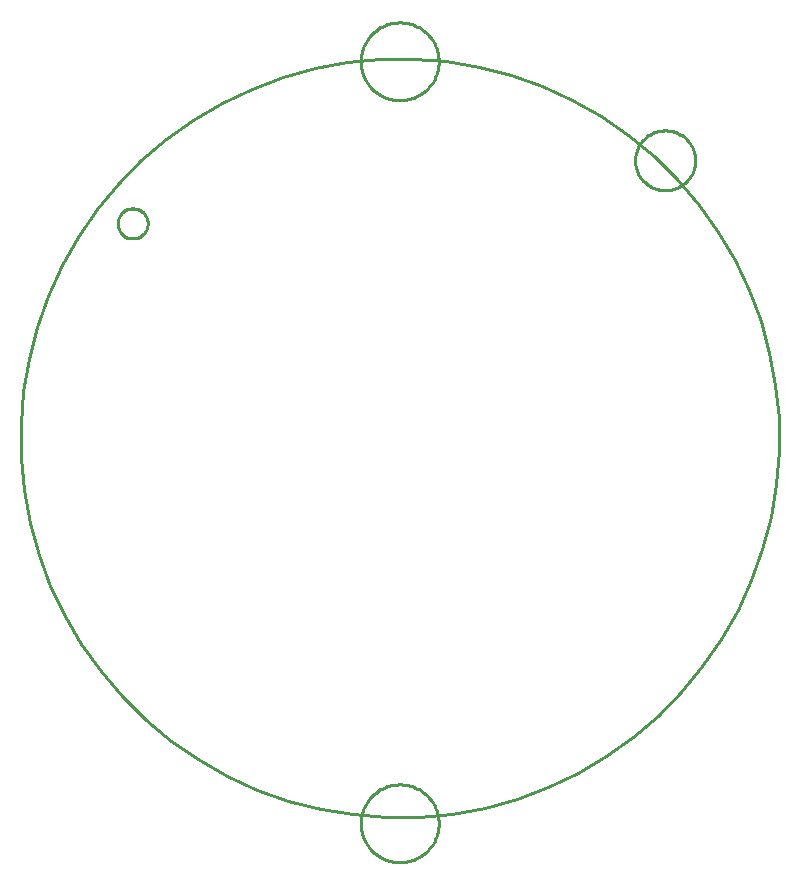
<source format=gbr>
G04 EAGLE Gerber RS-274X export*
G75*
%MOMM*%
%FSLAX34Y34*%
%LPD*%
%IN*%
%IPPOS*%
%AMOC8*
5,1,8,0,0,1.08239X$1,22.5*%
G01*
%ADD10C,0.254000*%


D10*
X871220Y254000D02*
X873438Y281932D01*
X873214Y309952D01*
X870548Y337845D01*
X865461Y365400D01*
X857992Y392407D01*
X848198Y418660D01*
X836153Y443959D01*
X821949Y468112D01*
X805693Y490936D01*
X787511Y512255D01*
X767539Y531909D01*
X745930Y549748D01*
X722849Y565635D01*
X698471Y579450D01*
X672982Y591088D01*
X646576Y600461D01*
X619453Y607496D01*
X591820Y612140D01*
X563888Y614358D01*
X535868Y614134D01*
X507975Y611468D01*
X480420Y606381D01*
X453413Y598912D01*
X427160Y589118D01*
X401861Y577073D01*
X377708Y562869D01*
X354884Y546613D01*
X333565Y528431D01*
X313911Y508459D01*
X296072Y486850D01*
X280185Y463769D01*
X266370Y439391D01*
X254732Y413902D01*
X245359Y387496D01*
X238324Y360373D01*
X233680Y332740D01*
X231462Y304808D01*
X231686Y276788D01*
X234352Y248895D01*
X239439Y221340D01*
X246908Y194333D01*
X256702Y168080D01*
X268747Y142781D01*
X282951Y118628D01*
X299207Y95804D01*
X317389Y74485D01*
X337361Y54831D01*
X358970Y36992D01*
X382051Y21105D01*
X406429Y7290D01*
X431918Y-4348D01*
X458324Y-13721D01*
X485447Y-20756D01*
X513080Y-25400D01*
X541012Y-27618D01*
X569032Y-27394D01*
X596925Y-24728D01*
X624480Y-19641D01*
X651487Y-12172D01*
X677740Y-2378D01*
X703039Y9667D01*
X727192Y23871D01*
X750016Y40127D01*
X771335Y58309D01*
X790989Y78281D01*
X808828Y99890D01*
X824715Y122971D01*
X838530Y147349D01*
X850168Y172838D01*
X859541Y199244D01*
X866576Y226367D01*
X871220Y254000D01*
X585470Y-33831D02*
X585390Y-35450D01*
X585232Y-37063D01*
X584994Y-38667D01*
X584677Y-40257D01*
X584283Y-41830D01*
X583813Y-43381D01*
X583267Y-44907D01*
X582646Y-46405D01*
X581953Y-47871D01*
X581189Y-49300D01*
X580355Y-50691D01*
X579455Y-52039D01*
X578489Y-53341D01*
X577461Y-54594D01*
X576372Y-55796D01*
X575226Y-56942D01*
X574024Y-58031D01*
X572771Y-59059D01*
X571469Y-60025D01*
X570121Y-60925D01*
X568730Y-61759D01*
X567301Y-62523D01*
X565835Y-63216D01*
X564337Y-63837D01*
X562811Y-64383D01*
X561260Y-64853D01*
X559687Y-65247D01*
X558097Y-65564D01*
X556493Y-65802D01*
X554880Y-65960D01*
X553261Y-66040D01*
X551639Y-66040D01*
X550020Y-65960D01*
X548407Y-65802D01*
X546803Y-65564D01*
X545213Y-65247D01*
X543641Y-64853D01*
X542089Y-64383D01*
X540563Y-63837D01*
X539065Y-63216D01*
X537599Y-62523D01*
X536170Y-61759D01*
X534779Y-60925D01*
X533431Y-60025D01*
X532129Y-59059D01*
X530876Y-58031D01*
X529675Y-56942D01*
X528528Y-55796D01*
X527439Y-54594D01*
X526411Y-53341D01*
X525445Y-52039D01*
X524545Y-50691D01*
X523711Y-49300D01*
X522947Y-47871D01*
X522254Y-46405D01*
X521633Y-44907D01*
X521087Y-43381D01*
X520617Y-41830D01*
X520223Y-40257D01*
X519906Y-38667D01*
X519668Y-37063D01*
X519510Y-35450D01*
X519430Y-33831D01*
X519430Y-32209D01*
X519510Y-30590D01*
X519668Y-28977D01*
X519906Y-27373D01*
X520223Y-25783D01*
X520617Y-24211D01*
X521087Y-22659D01*
X521633Y-21133D01*
X522254Y-19635D01*
X522947Y-18169D01*
X523711Y-16740D01*
X524545Y-15349D01*
X525445Y-14001D01*
X526411Y-12699D01*
X527439Y-11446D01*
X528528Y-10245D01*
X529675Y-9098D01*
X530876Y-8009D01*
X532129Y-6981D01*
X533431Y-6015D01*
X534779Y-5115D01*
X536170Y-4281D01*
X537599Y-3517D01*
X539065Y-2824D01*
X540563Y-2203D01*
X542089Y-1657D01*
X543641Y-1187D01*
X545213Y-793D01*
X546803Y-476D01*
X548407Y-238D01*
X550020Y-80D01*
X551639Y0D01*
X553261Y0D01*
X554880Y-80D01*
X556493Y-238D01*
X558097Y-476D01*
X559687Y-793D01*
X561260Y-1187D01*
X562811Y-1657D01*
X564337Y-2203D01*
X565835Y-2824D01*
X567301Y-3517D01*
X568730Y-4281D01*
X570121Y-5115D01*
X571469Y-6015D01*
X572771Y-6981D01*
X574024Y-8009D01*
X575226Y-9098D01*
X576372Y-10245D01*
X577461Y-11446D01*
X578489Y-12699D01*
X579455Y-14001D01*
X580355Y-15349D01*
X581189Y-16740D01*
X581953Y-18169D01*
X582646Y-19635D01*
X583267Y-21133D01*
X583813Y-22659D01*
X584283Y-24211D01*
X584677Y-25783D01*
X584994Y-27373D01*
X585232Y-28977D01*
X585390Y-30590D01*
X585470Y-32209D01*
X585470Y-33831D01*
X339090Y474481D02*
X339012Y473486D01*
X338856Y472500D01*
X338623Y471530D01*
X338314Y470581D01*
X337932Y469659D01*
X337479Y468770D01*
X336958Y467919D01*
X336371Y467111D01*
X335723Y466353D01*
X335017Y465647D01*
X334259Y464999D01*
X333451Y464412D01*
X332600Y463891D01*
X331711Y463438D01*
X330789Y463056D01*
X329840Y462747D01*
X328870Y462514D01*
X327884Y462358D01*
X326889Y462280D01*
X325891Y462280D01*
X324896Y462358D01*
X323910Y462514D01*
X322940Y462747D01*
X321991Y463056D01*
X321069Y463438D01*
X320180Y463891D01*
X319329Y464412D01*
X318521Y464999D01*
X317763Y465647D01*
X317057Y466353D01*
X316409Y467111D01*
X315822Y467919D01*
X315301Y468770D01*
X314848Y469659D01*
X314466Y470581D01*
X314157Y471530D01*
X313924Y472500D01*
X313768Y473486D01*
X313690Y474481D01*
X313690Y475479D01*
X313768Y476474D01*
X313924Y477460D01*
X314157Y478430D01*
X314466Y479379D01*
X314848Y480301D01*
X315301Y481190D01*
X315822Y482041D01*
X316409Y482849D01*
X317057Y483607D01*
X317763Y484313D01*
X318521Y484961D01*
X319329Y485548D01*
X320180Y486069D01*
X321069Y486522D01*
X321991Y486904D01*
X322940Y487213D01*
X323910Y487446D01*
X324896Y487602D01*
X325891Y487680D01*
X326889Y487680D01*
X327884Y487602D01*
X328870Y487446D01*
X329840Y487213D01*
X330789Y486904D01*
X331711Y486522D01*
X332600Y486069D01*
X333451Y485548D01*
X334259Y484961D01*
X335017Y484313D01*
X335723Y483607D01*
X336371Y482849D01*
X336958Y482041D01*
X337479Y481190D01*
X337932Y480301D01*
X338314Y479379D01*
X338623Y478430D01*
X338856Y477460D01*
X339012Y476474D01*
X339090Y475479D01*
X339090Y474481D01*
X585470Y611329D02*
X585390Y609710D01*
X585232Y608097D01*
X584994Y606493D01*
X584677Y604903D01*
X584283Y603331D01*
X583813Y601779D01*
X583267Y600253D01*
X582646Y598755D01*
X581953Y597289D01*
X581189Y595860D01*
X580355Y594469D01*
X579455Y593121D01*
X578489Y591819D01*
X577461Y590566D01*
X576372Y589365D01*
X575226Y588218D01*
X574024Y587129D01*
X572771Y586101D01*
X571469Y585135D01*
X570121Y584235D01*
X568730Y583401D01*
X567301Y582637D01*
X565835Y581944D01*
X564337Y581323D01*
X562811Y580777D01*
X561260Y580307D01*
X559687Y579913D01*
X558097Y579596D01*
X556493Y579358D01*
X554880Y579200D01*
X553261Y579120D01*
X551639Y579120D01*
X550020Y579200D01*
X548407Y579358D01*
X546803Y579596D01*
X545213Y579913D01*
X543641Y580307D01*
X542089Y580777D01*
X540563Y581323D01*
X539065Y581944D01*
X537599Y582637D01*
X536170Y583401D01*
X534779Y584235D01*
X533431Y585135D01*
X532129Y586101D01*
X530876Y587129D01*
X529675Y588218D01*
X528528Y589365D01*
X527439Y590566D01*
X526411Y591819D01*
X525445Y593121D01*
X524545Y594469D01*
X523711Y595860D01*
X522947Y597289D01*
X522254Y598755D01*
X521633Y600253D01*
X521087Y601779D01*
X520617Y603331D01*
X520223Y604903D01*
X519906Y606493D01*
X519668Y608097D01*
X519510Y609710D01*
X519430Y611329D01*
X519430Y612951D01*
X519510Y614570D01*
X519668Y616183D01*
X519906Y617787D01*
X520223Y619377D01*
X520617Y620950D01*
X521087Y622501D01*
X521633Y624027D01*
X522254Y625525D01*
X522947Y626991D01*
X523711Y628420D01*
X524545Y629811D01*
X525445Y631159D01*
X526411Y632461D01*
X527439Y633714D01*
X528528Y634916D01*
X529675Y636062D01*
X530876Y637151D01*
X532129Y638179D01*
X533431Y639145D01*
X534779Y640045D01*
X536170Y640879D01*
X537599Y641643D01*
X539065Y642336D01*
X540563Y642957D01*
X542089Y643503D01*
X543641Y643973D01*
X545213Y644367D01*
X546803Y644684D01*
X548407Y644922D01*
X550020Y645080D01*
X551639Y645160D01*
X553261Y645160D01*
X554880Y645080D01*
X556493Y644922D01*
X558097Y644684D01*
X559687Y644367D01*
X561260Y643973D01*
X562811Y643503D01*
X564337Y642957D01*
X565835Y642336D01*
X567301Y641643D01*
X568730Y640879D01*
X570121Y640045D01*
X571469Y639145D01*
X572771Y638179D01*
X574024Y637151D01*
X575226Y636062D01*
X576372Y634916D01*
X577461Y633714D01*
X578489Y632461D01*
X579455Y631159D01*
X580355Y629811D01*
X581189Y628420D01*
X581953Y626991D01*
X582646Y625525D01*
X583267Y624027D01*
X583813Y622501D01*
X584283Y620950D01*
X584677Y619377D01*
X584994Y617787D01*
X585232Y616183D01*
X585390Y614570D01*
X585470Y612951D01*
X585470Y611329D01*
X802640Y527607D02*
X802560Y526184D01*
X802401Y524768D01*
X802162Y523363D01*
X801845Y521973D01*
X801450Y520604D01*
X800979Y519258D01*
X800434Y517941D01*
X799815Y516657D01*
X799126Y515410D01*
X798368Y514203D01*
X797543Y513041D01*
X796654Y511926D01*
X795704Y510863D01*
X794697Y509856D01*
X793634Y508906D01*
X792519Y508017D01*
X791357Y507192D01*
X790150Y506434D01*
X788903Y505745D01*
X787619Y505126D01*
X786302Y504581D01*
X784956Y504110D01*
X783587Y503715D01*
X782197Y503398D01*
X780792Y503160D01*
X779376Y503000D01*
X777953Y502920D01*
X776527Y502920D01*
X775104Y503000D01*
X773688Y503160D01*
X772283Y503398D01*
X770893Y503715D01*
X769524Y504110D01*
X768178Y504581D01*
X766861Y505126D01*
X765577Y505745D01*
X764330Y506434D01*
X763123Y507192D01*
X761961Y508017D01*
X760846Y508906D01*
X759783Y509856D01*
X758776Y510863D01*
X757826Y511926D01*
X756937Y513041D01*
X756112Y514203D01*
X755354Y515410D01*
X754665Y516657D01*
X754046Y517941D01*
X753501Y519258D01*
X753030Y520604D01*
X752635Y521973D01*
X752318Y523363D01*
X752080Y524768D01*
X751920Y526184D01*
X751840Y527607D01*
X751840Y529033D01*
X751920Y530456D01*
X752080Y531872D01*
X752318Y533277D01*
X752635Y534667D01*
X753030Y536036D01*
X753501Y537382D01*
X754046Y538699D01*
X754665Y539983D01*
X755354Y541230D01*
X756112Y542437D01*
X756937Y543599D01*
X757826Y544714D01*
X758776Y545777D01*
X759783Y546784D01*
X760846Y547734D01*
X761961Y548623D01*
X763123Y549448D01*
X764330Y550206D01*
X765577Y550895D01*
X766861Y551514D01*
X768178Y552059D01*
X769524Y552530D01*
X770893Y552925D01*
X772283Y553242D01*
X773688Y553481D01*
X775104Y553640D01*
X776527Y553720D01*
X777953Y553720D01*
X779376Y553640D01*
X780792Y553481D01*
X782197Y553242D01*
X783587Y552925D01*
X784956Y552530D01*
X786302Y552059D01*
X787619Y551514D01*
X788903Y550895D01*
X790150Y550206D01*
X791357Y549448D01*
X792519Y548623D01*
X793634Y547734D01*
X794697Y546784D01*
X795704Y545777D01*
X796654Y544714D01*
X797543Y543599D01*
X798368Y542437D01*
X799126Y541230D01*
X799815Y539983D01*
X800434Y538699D01*
X800979Y537382D01*
X801450Y536036D01*
X801845Y534667D01*
X802162Y533277D01*
X802401Y531872D01*
X802560Y530456D01*
X802640Y529033D01*
X802640Y527607D01*
M02*

</source>
